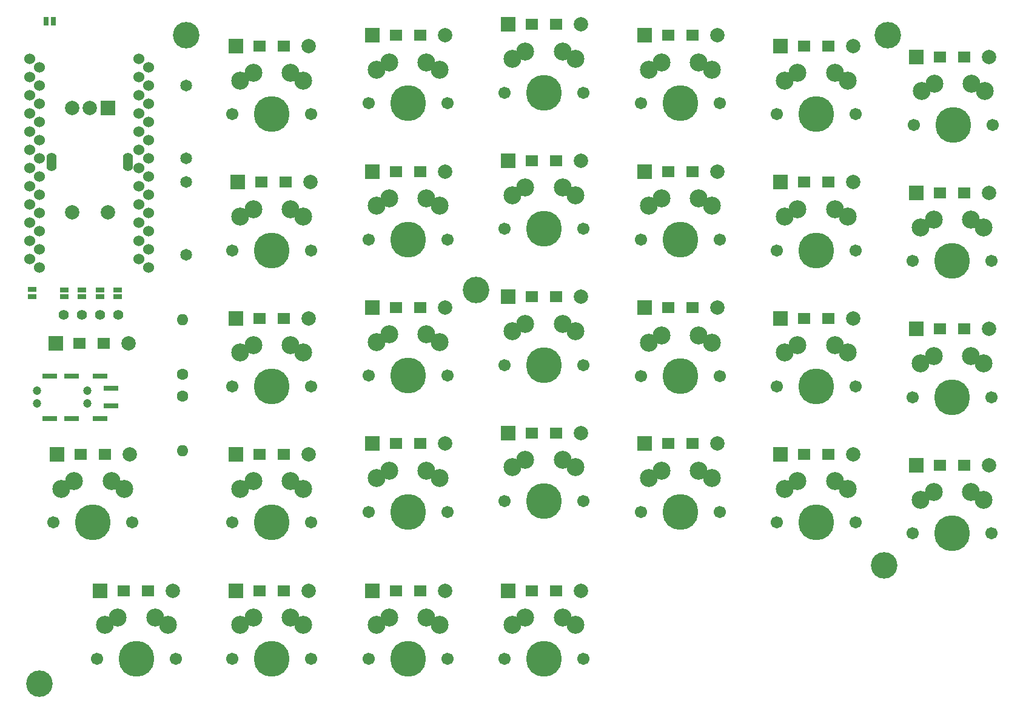
<source format=gts>
%TF.GenerationSoftware,KiCad,Pcbnew,8.0.0-8.0.0-1~ubuntu23.10.1*%
%TF.CreationDate,2024-03-08T09:57:00+02:00*%
%TF.ProjectId,reversible,72657665-7273-4696-926c-652e6b696361,rev?*%
%TF.SameCoordinates,Original*%
%TF.FileFunction,Soldermask,Top*%
%TF.FilePolarity,Negative*%
%FSLAX46Y46*%
G04 Gerber Fmt 4.6, Leading zero omitted, Abs format (unit mm)*
G04 Created by KiCad (PCBNEW 8.0.0-8.0.0-1~ubuntu23.10.1) date 2024-03-08 09:57:00*
%MOMM*%
%LPD*%
G01*
G04 APERTURE LIST*
%ADD10C,1.600000*%
%ADD11O,1.600000X1.600000*%
%ADD12R,1.998980X1.998980*%
%ADD13R,1.800000X1.500000*%
%ADD14C,1.998980*%
%ADD15C,1.701800*%
%ADD16C,5.000000*%
%ADD17C,2.500000*%
%ADD18R,2.000000X2.000000*%
%ADD19C,2.000000*%
%ADD20O,1.400000X2.600000*%
%ADD21R,0.635000X1.143000*%
%ADD22C,3.700000*%
%ADD23R,1.143000X0.635000*%
%ADD24C,1.397000*%
%ADD25C,1.651000*%
%ADD26C,1.524000*%
%ADD27C,1.200000*%
%ADD28R,2.100000X0.800000*%
G04 APERTURE END LIST*
D10*
%TO.C,R2*%
X79000000Y-98880000D03*
D11*
X79000000Y-106500000D03*
%TD*%
D12*
%TO.C,D22*%
X162500000Y-69000000D03*
D13*
X165800000Y-69002540D03*
X169200000Y-69002540D03*
D14*
X172660000Y-69000000D03*
%TD*%
D15*
%TO.C,SW27*%
X181000000Y-80000000D03*
D16*
X186500000Y-80000000D03*
D15*
X192000000Y-80000000D03*
D17*
X182100000Y-75300000D03*
X183900000Y-74250000D03*
X189100000Y-74250000D03*
X190900000Y-75300000D03*
%TD*%
D15*
%TO.C,SW17*%
X143000000Y-77000000D03*
D16*
X148500000Y-77000000D03*
D15*
X154000000Y-77000000D03*
D17*
X144100000Y-72300000D03*
X145900000Y-71250000D03*
X151100000Y-71250000D03*
X152900000Y-72300000D03*
%TD*%
D12*
%TO.C,D6*%
X105500000Y-48497460D03*
D13*
X108800000Y-48500000D03*
X112200000Y-48500000D03*
D14*
X115660000Y-48497460D03*
%TD*%
D12*
%TO.C,D15*%
X86500000Y-125997460D03*
D13*
X89800000Y-126000000D03*
X93200000Y-126000000D03*
D14*
X96660000Y-125997460D03*
%TD*%
D15*
%TO.C,SW24*%
X162000000Y-116500000D03*
D16*
X167500000Y-116500000D03*
D15*
X173000000Y-116500000D03*
D17*
X163100000Y-111800000D03*
X164900000Y-110750000D03*
X170100000Y-110750000D03*
X171900000Y-111800000D03*
%TD*%
D12*
%TO.C,D24*%
X162500000Y-106997460D03*
D13*
X165800000Y-107000000D03*
X169200000Y-107000000D03*
D14*
X172660000Y-106997460D03*
%TD*%
D12*
%TO.C,D10*%
X67500000Y-126000000D03*
D13*
X70799999Y-126002540D03*
X74200001Y-126002540D03*
D14*
X77660000Y-126000000D03*
%TD*%
D15*
%TO.C,SW6*%
X105000000Y-58000000D03*
D16*
X110500000Y-58000000D03*
D15*
X116000000Y-58000000D03*
D17*
X106100000Y-53300000D03*
X107900000Y-52250000D03*
X113100000Y-52250000D03*
X114900000Y-53300000D03*
%TD*%
D15*
%TO.C,SW19*%
X143000000Y-115000000D03*
D16*
X148500000Y-115000000D03*
D15*
X154000000Y-115000000D03*
D17*
X144100000Y-110300000D03*
X145900000Y-109250000D03*
X151100000Y-109250000D03*
X152900000Y-110300000D03*
%TD*%
D15*
%TO.C,SW8*%
X105000000Y-96000000D03*
D16*
X110500000Y-96000000D03*
D15*
X116000000Y-96000000D03*
D17*
X106100000Y-91300000D03*
X107900000Y-90250000D03*
X113100000Y-90250000D03*
X114900000Y-91300000D03*
%TD*%
D12*
%TO.C,D4*%
X86500000Y-107000000D03*
D13*
X89800000Y-107002540D03*
X93200000Y-107002540D03*
D14*
X96660000Y-107000000D03*
%TD*%
D18*
%TO.C,SW30*%
X68575675Y-58669765D03*
D19*
X63575675Y-58669765D03*
X66075675Y-58669765D03*
D20*
X71375675Y-66169765D03*
X60775675Y-66169765D03*
D19*
X68575675Y-73169765D03*
X63575675Y-73169765D03*
%TD*%
D12*
%TO.C,D19*%
X143500000Y-105500000D03*
D13*
X146800000Y-105502540D03*
X150200000Y-105502540D03*
D14*
X153660000Y-105500000D03*
%TD*%
D12*
%TO.C,D9*%
X105500000Y-105500000D03*
D13*
X108800000Y-105502540D03*
X112200000Y-105502540D03*
D14*
X115660000Y-105500000D03*
%TD*%
D21*
%TO.C,JP2*%
X60000380Y-46500000D03*
X61001140Y-46500000D03*
%TD*%
D15*
%TO.C,SW3*%
X86000000Y-97500000D03*
D16*
X91500000Y-97500000D03*
D15*
X97000000Y-97500000D03*
D17*
X87100000Y-92800000D03*
X88900000Y-91750000D03*
X94100000Y-91750000D03*
X95900000Y-92800000D03*
%TD*%
D15*
%TO.C,SW29*%
X181000000Y-118000000D03*
D16*
X186500000Y-118000000D03*
D15*
X192000000Y-118000000D03*
D17*
X182100000Y-113300000D03*
X183900000Y-112250000D03*
X189100000Y-112250000D03*
X190900000Y-113300000D03*
%TD*%
D22*
%TO.C,TH3*%
X59000000Y-139000000D03*
%TD*%
D12*
%TO.C,D17*%
X143500000Y-67497460D03*
D13*
X146800000Y-67500000D03*
X150200000Y-67500000D03*
D14*
X153660000Y-67497460D03*
%TD*%
D12*
%TO.C,D16*%
X143500000Y-48497460D03*
D13*
X146800000Y-48500000D03*
X150200000Y-48500000D03*
D14*
X153660000Y-48497460D03*
%TD*%
D23*
%TO.C,JP11*%
X58000000Y-83999240D03*
X58000000Y-85000000D03*
%TD*%
D12*
%TO.C,D2*%
X86700000Y-68997460D03*
D13*
X90000000Y-69000000D03*
X93400000Y-69000000D03*
D14*
X96860000Y-68997460D03*
%TD*%
D24*
%TO.C,P1*%
X62460000Y-87499620D03*
X65000000Y-87499620D03*
X67540000Y-87499620D03*
X70080000Y-87499620D03*
%TD*%
D23*
%TO.C,JP3*%
X62500000Y-85000380D03*
X62500000Y-83999620D03*
%TD*%
D15*
%TO.C,SW28*%
X181000000Y-99000000D03*
D16*
X186500000Y-99000000D03*
D15*
X192000000Y-99000000D03*
D17*
X182100000Y-94300000D03*
X183900000Y-93250000D03*
X189100000Y-93250000D03*
X190900000Y-94300000D03*
%TD*%
D22*
%TO.C,TH2*%
X177500000Y-48500000D03*
%TD*%
D15*
%TO.C,SW16*%
X143000000Y-58000000D03*
D16*
X148500000Y-58000000D03*
D15*
X154000000Y-58000000D03*
D17*
X144100000Y-53300000D03*
X145900000Y-52250000D03*
X151100000Y-52250000D03*
X152900000Y-53300000D03*
%TD*%
D12*
%TO.C,D12*%
X124500000Y-65997460D03*
D13*
X127800000Y-66000000D03*
X131200000Y-66000000D03*
D14*
X134660000Y-65997460D03*
%TD*%
D12*
%TO.C,D18*%
X143500000Y-86497460D03*
D13*
X146800000Y-86500000D03*
X150200000Y-86500000D03*
D14*
X153660000Y-86497460D03*
%TD*%
D22*
%TO.C,TH4*%
X177000000Y-122500000D03*
%TD*%
D12*
%TO.C,D5*%
X61500000Y-106997460D03*
D13*
X64800000Y-107000000D03*
X68200000Y-107000000D03*
D14*
X71660000Y-106997460D03*
%TD*%
D12*
%TO.C,D11*%
X124500000Y-46997460D03*
D13*
X127800000Y-47000000D03*
X131200000Y-47000000D03*
D14*
X134660000Y-46997460D03*
%TD*%
D15*
%TO.C,SW14*%
X124000000Y-113500000D03*
D16*
X129500000Y-113500000D03*
D15*
X135000000Y-113500000D03*
D17*
X125100000Y-108800000D03*
X126900000Y-107750000D03*
X132100000Y-107750000D03*
X133900000Y-108800000D03*
%TD*%
D15*
%TO.C,SW7*%
X105000000Y-77000000D03*
D16*
X110500000Y-77000000D03*
D15*
X116000000Y-77000000D03*
D17*
X106100000Y-72300000D03*
X107900000Y-71250000D03*
X113100000Y-71250000D03*
X114900000Y-72300000D03*
%TD*%
D12*
%TO.C,D28*%
X181500000Y-89497460D03*
D13*
X184800000Y-89500000D03*
X188200000Y-89500000D03*
D14*
X191660000Y-89497460D03*
%TD*%
D15*
%TO.C,SW2*%
X86000000Y-78500000D03*
D16*
X91500000Y-78500000D03*
D15*
X97000000Y-78500000D03*
D17*
X87100000Y-73800000D03*
X88900000Y-72750000D03*
X94100000Y-72750000D03*
X95900000Y-73800000D03*
%TD*%
D15*
%TO.C,SW20*%
X105000000Y-135500000D03*
D16*
X110500000Y-135500000D03*
D15*
X116000000Y-135500000D03*
D17*
X106100000Y-130800000D03*
X107900000Y-129750000D03*
X113100000Y-129750000D03*
X114900000Y-130800000D03*
%TD*%
D12*
%TO.C,D27*%
X181500000Y-70500000D03*
D13*
X184800000Y-70502540D03*
X188200000Y-70502540D03*
D14*
X191660000Y-70500000D03*
%TD*%
D15*
%TO.C,SW13*%
X124000000Y-94500000D03*
D16*
X129500000Y-94500000D03*
D15*
X135000000Y-94500000D03*
D17*
X125100000Y-89800000D03*
X126900000Y-88750000D03*
X132100000Y-88750000D03*
X133900000Y-89800000D03*
%TD*%
D15*
%TO.C,SW10*%
X67100001Y-135500000D03*
D16*
X72600001Y-135500000D03*
D15*
X78100001Y-135500000D03*
D17*
X68200001Y-130800000D03*
X70000000Y-129750000D03*
X75200002Y-129750000D03*
X77000001Y-130800000D03*
%TD*%
D12*
%TO.C,D25*%
X124500000Y-125997460D03*
D13*
X127800000Y-126000000D03*
X131200000Y-126000000D03*
D14*
X134660000Y-125997460D03*
%TD*%
D15*
%TO.C,SW18*%
X143000000Y-96100000D03*
D16*
X148500000Y-96100000D03*
D15*
X154000000Y-96100000D03*
D17*
X144100000Y-91400000D03*
X145900000Y-90350000D03*
X151100000Y-90350000D03*
X152900000Y-91400000D03*
%TD*%
D15*
%TO.C,SW23*%
X162000000Y-97500000D03*
D16*
X167500000Y-97500000D03*
D15*
X173000000Y-97500000D03*
D17*
X163100000Y-92800000D03*
X164900000Y-91750000D03*
X170100000Y-91750000D03*
X171900000Y-92800000D03*
%TD*%
D12*
%TO.C,D21*%
X162500000Y-49997460D03*
D13*
X165800000Y-50000000D03*
X169200000Y-50000000D03*
D14*
X172660000Y-49997460D03*
%TD*%
D25*
%TO.C,C1*%
X79500000Y-65660000D03*
X79500000Y-55500000D03*
%TD*%
D15*
%TO.C,SW21*%
X162000000Y-59500000D03*
D16*
X167500000Y-59500000D03*
D15*
X173000000Y-59500000D03*
D17*
X163100000Y-54800000D03*
X164900000Y-53750000D03*
X170100000Y-53750000D03*
X171900000Y-54800000D03*
%TD*%
D15*
%TO.C,SW15*%
X86000000Y-135500000D03*
D16*
X91500000Y-135500000D03*
D15*
X97000000Y-135500000D03*
D17*
X87100000Y-130800000D03*
X88900000Y-129750000D03*
X94100000Y-129750000D03*
X95900000Y-130800000D03*
%TD*%
D26*
%TO.C,U1*%
X57701185Y-51804255D03*
X74240000Y-53000000D03*
X57701185Y-54344255D03*
X74240000Y-55540000D03*
X57701185Y-56884255D03*
X74240000Y-58080000D03*
X57701185Y-59424255D03*
X74240000Y-60620000D03*
X57701185Y-61964255D03*
X74240000Y-63160000D03*
X57701185Y-64504255D03*
X74240000Y-65700000D03*
X57701185Y-67044255D03*
X74240000Y-68240000D03*
X57701185Y-69584255D03*
X74240000Y-70780000D03*
X57701185Y-72124255D03*
X74240000Y-73320000D03*
X57701185Y-74664255D03*
X74240000Y-75860000D03*
X57701185Y-77204255D03*
X74240000Y-78400000D03*
X57701185Y-79744255D03*
X74240000Y-80940000D03*
X59000000Y-80940000D03*
X72941185Y-79744255D03*
X59000000Y-78400000D03*
X72941185Y-77204255D03*
X59000000Y-75860000D03*
X72941185Y-74664255D03*
X59000000Y-73320000D03*
X72941185Y-72124255D03*
X59000000Y-70780000D03*
X72941185Y-69584255D03*
X59000000Y-68240000D03*
X72941185Y-67044255D03*
X59000000Y-65700000D03*
X72941185Y-64504255D03*
X59000000Y-63160000D03*
X72941185Y-61964255D03*
X59000000Y-60620000D03*
X72941185Y-59424255D03*
X59000000Y-58080000D03*
X72941185Y-56884255D03*
X59000000Y-55540000D03*
X72941185Y-54344255D03*
X59000000Y-53000000D03*
X72941185Y-51804255D03*
%TD*%
D23*
%TO.C,JP4*%
X65000000Y-85000380D03*
X65000000Y-83999620D03*
%TD*%
D22*
%TO.C,TH1*%
X79500000Y-48500000D03*
%TD*%
D10*
%TO.C,R1*%
X79000000Y-95810000D03*
D11*
X79000000Y-88190000D03*
%TD*%
D12*
%TO.C,D26*%
X181500000Y-51500000D03*
D13*
X184800000Y-51502540D03*
X188200000Y-51502540D03*
D14*
X191660000Y-51500000D03*
%TD*%
D15*
%TO.C,SW5*%
X61000000Y-116500000D03*
D16*
X66500000Y-116500000D03*
D15*
X72000000Y-116500000D03*
D17*
X62100000Y-111800000D03*
X63900000Y-110750000D03*
X69100000Y-110750000D03*
X70900000Y-111800000D03*
%TD*%
D15*
%TO.C,SW4*%
X86000000Y-116500000D03*
D16*
X91500000Y-116500000D03*
D15*
X97000000Y-116500000D03*
D17*
X87100000Y-111800000D03*
X88900000Y-110750000D03*
X94100000Y-110750000D03*
X95900000Y-111800000D03*
%TD*%
D23*
%TO.C,JP6*%
X70000000Y-85000380D03*
X70000000Y-83999620D03*
%TD*%
D12*
%TO.C,D29*%
X181500000Y-108500000D03*
D13*
X184800000Y-108502540D03*
X188200000Y-108502540D03*
D14*
X191660000Y-108500000D03*
%TD*%
D12*
%TO.C,D7*%
X105500000Y-67500000D03*
D13*
X108800000Y-67502540D03*
X112200000Y-67502540D03*
D14*
X115660000Y-67500000D03*
%TD*%
D15*
%TO.C,SW22*%
X162000000Y-78500000D03*
D16*
X167500000Y-78500000D03*
D15*
X173000000Y-78500000D03*
D17*
X163100000Y-73800000D03*
X164900000Y-72750000D03*
X170100000Y-72750000D03*
X171900000Y-73800000D03*
%TD*%
D15*
%TO.C,SW9*%
X105000000Y-115000000D03*
D16*
X110500000Y-115000000D03*
D15*
X116000000Y-115000000D03*
D17*
X106100000Y-110300000D03*
X107900000Y-109250000D03*
X113100000Y-109250000D03*
X114900000Y-110300000D03*
%TD*%
D12*
%TO.C,D30*%
X61300000Y-91497460D03*
D13*
X64600000Y-91500000D03*
X68000000Y-91500000D03*
D14*
X71460000Y-91497460D03*
%TD*%
D12*
%TO.C,D14*%
X124500000Y-103997460D03*
D13*
X127800000Y-104000000D03*
X131200000Y-104000000D03*
D14*
X134660000Y-103997460D03*
%TD*%
D15*
%TO.C,SW11*%
X124000000Y-56500000D03*
D16*
X129500000Y-56500000D03*
D15*
X135000000Y-56500000D03*
D17*
X125100000Y-51800000D03*
X126900000Y-50750000D03*
X132100000Y-50750000D03*
X133900000Y-51800000D03*
%TD*%
D15*
%TO.C,SW12*%
X124000000Y-75500000D03*
D16*
X129500000Y-75500000D03*
D15*
X135000000Y-75500000D03*
D17*
X125100000Y-70800000D03*
X126900000Y-69750000D03*
X132100000Y-69750000D03*
X133900000Y-70800000D03*
%TD*%
D12*
%TO.C,D8*%
X105500000Y-86500000D03*
D13*
X108800000Y-86502540D03*
X112200000Y-86502540D03*
D14*
X115660000Y-86500000D03*
%TD*%
D23*
%TO.C,JP5*%
X67500000Y-85000380D03*
X67500000Y-83999620D03*
%TD*%
D27*
%TO.C,J1*%
X58700000Y-99875000D03*
X65700000Y-99875000D03*
X58700000Y-98125000D03*
X65700000Y-98125000D03*
D28*
X63500000Y-101975000D03*
X63500000Y-96025000D03*
X60500000Y-101975000D03*
X60500000Y-96025000D03*
X69000000Y-100225000D03*
X69000000Y-97775000D03*
X67500000Y-101975000D03*
X67500000Y-96025000D03*
%TD*%
D12*
%TO.C,D20*%
X105500000Y-125997460D03*
D13*
X108800000Y-126000000D03*
X112200000Y-126000000D03*
D14*
X115660000Y-125997460D03*
%TD*%
D25*
%TO.C,C2*%
X79500000Y-79160000D03*
X79500000Y-69000000D03*
%TD*%
D12*
%TO.C,D1*%
X86500000Y-49997460D03*
D13*
X89800000Y-50000000D03*
X93200000Y-50000000D03*
D14*
X96660000Y-49997460D03*
%TD*%
D15*
%TO.C,SW1*%
X86000000Y-59500000D03*
D16*
X91500000Y-59500000D03*
D15*
X97000000Y-59500000D03*
D17*
X87100000Y-54800000D03*
X88900000Y-53750000D03*
X94100000Y-53750000D03*
X95900000Y-54800000D03*
%TD*%
D15*
%TO.C,SW26*%
X181100000Y-61000000D03*
D16*
X186600000Y-61000000D03*
D15*
X192100000Y-61000000D03*
D17*
X182200000Y-56300000D03*
X184000000Y-55250000D03*
X189200000Y-55250000D03*
X191000000Y-56300000D03*
%TD*%
D12*
%TO.C,D3*%
X86500000Y-88000000D03*
D13*
X89800000Y-88002540D03*
X93200000Y-88002540D03*
D14*
X96660000Y-88000000D03*
%TD*%
D12*
%TO.C,D23*%
X162500000Y-87997460D03*
D13*
X165800000Y-88000000D03*
X169200000Y-88000000D03*
D14*
X172660000Y-87997460D03*
%TD*%
D15*
%TO.C,SW25*%
X124000000Y-135500000D03*
D16*
X129500000Y-135500000D03*
D15*
X135000000Y-135500000D03*
D17*
X125100000Y-130800000D03*
X126900000Y-129750000D03*
X132100000Y-129750000D03*
X133900000Y-130800000D03*
%TD*%
D22*
%TO.C,TH5*%
X120000000Y-84000000D03*
%TD*%
D12*
%TO.C,D13*%
X124500000Y-85000000D03*
D13*
X127800000Y-85002540D03*
X131200000Y-85002540D03*
D14*
X134660000Y-85000000D03*
%TD*%
M02*

</source>
